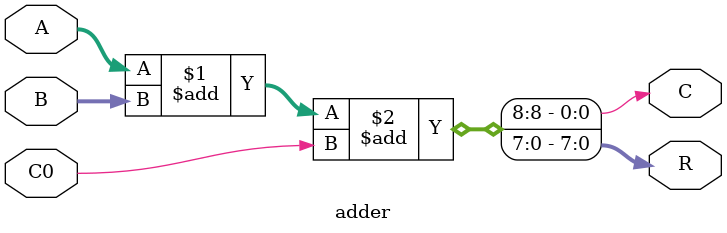
<source format=v>
`timescale 1ps/1ps
module adder (input [7:0] A,
              input [7:0] B,
              input C0,
              output [7:0] R,
              output C);

    assign {C, R} = A + B + C0;

endmodule

</source>
